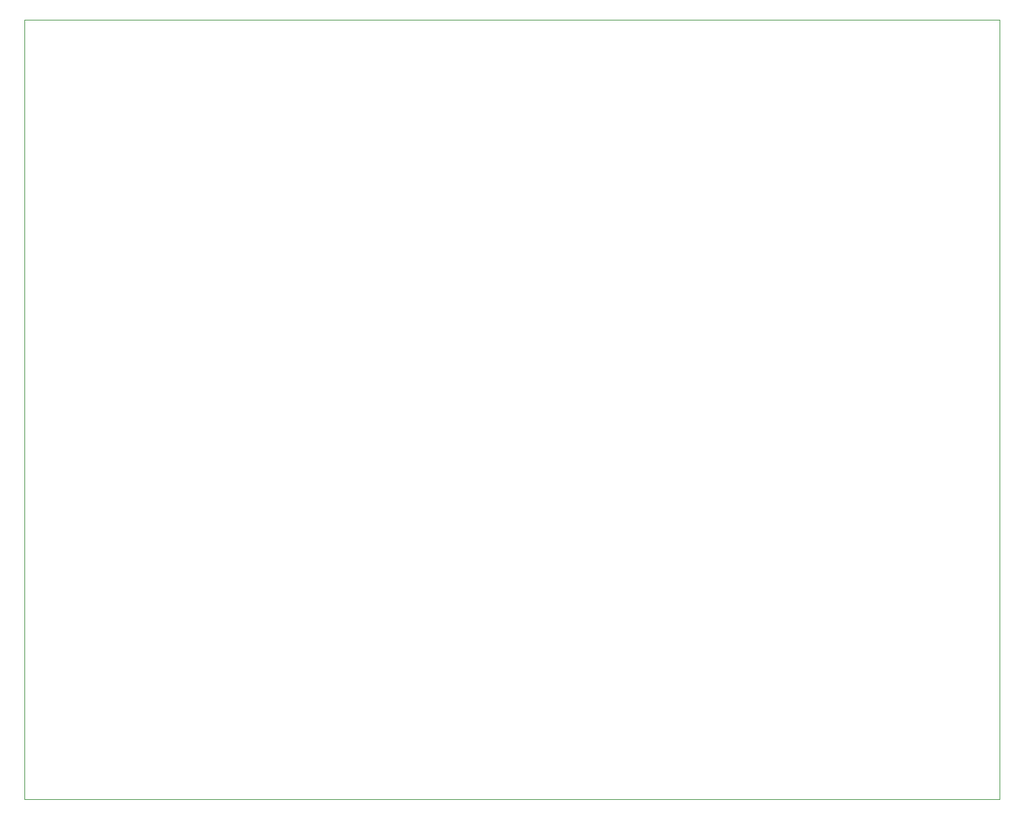
<source format=gbr>
%TF.GenerationSoftware,KiCad,Pcbnew,9.0.4-9.0.4-0~ubuntu24.04.1*%
%TF.CreationDate,2025-09-30T20:14:09-06:00*%
%TF.ProjectId,Interfaz_analogica,496e7465-7266-4617-9a5f-616e616c6f67,rev?*%
%TF.SameCoordinates,Original*%
%TF.FileFunction,Profile,NP*%
%FSLAX46Y46*%
G04 Gerber Fmt 4.6, Leading zero omitted, Abs format (unit mm)*
G04 Created by KiCad (PCBNEW 9.0.4-9.0.4-0~ubuntu24.04.1) date 2025-09-30 20:14:09*
%MOMM*%
%LPD*%
G01*
G04 APERTURE LIST*
%TA.AperFunction,Profile*%
%ADD10C,0.050000*%
%TD*%
G04 APERTURE END LIST*
D10*
X100000000Y-100000000D02*
X-25000000Y-100000000D01*
X-25000000Y0D02*
X100000000Y0D01*
X-25000000Y-100000000D02*
X-25000000Y0D01*
X100000000Y0D02*
X100000000Y-100000000D01*
M02*

</source>
